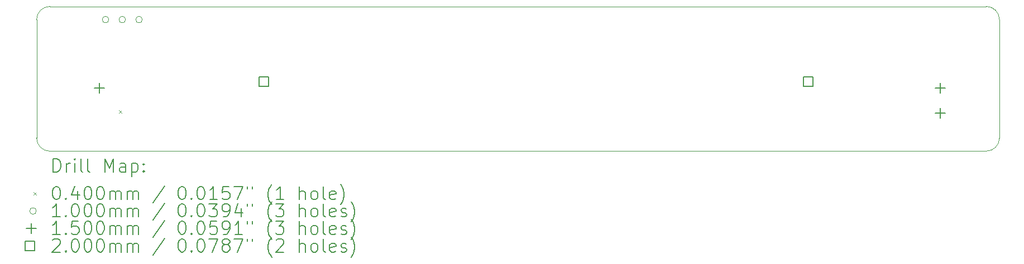
<source format=gbr>
%FSLAX45Y45*%
G04 Gerber Fmt 4.5, Leading zero omitted, Abs format (unit mm)*
G04 Created by KiCad (PCBNEW 6.0.4-6f826c9f35~116~ubuntu20.04.1) date 2022-04-30 10:36:40*
%MOMM*%
%LPD*%
G01*
G04 APERTURE LIST*
%TA.AperFunction,Profile*%
%ADD10C,0.100000*%
%TD*%
%ADD11C,0.200000*%
%ADD12C,0.040000*%
%ADD13C,0.100000*%
%ADD14C,0.150000*%
G04 APERTURE END LIST*
D10*
X20300000Y-5500000D02*
G75*
G03*
X20100000Y-5300000I-200000J0D01*
G01*
X20100000Y-7500000D02*
G75*
G03*
X20300000Y-7300000I0J200000D01*
G01*
X5700000Y-7300000D02*
G75*
G03*
X5900000Y-7500000I200000J0D01*
G01*
X5900000Y-5300000D02*
G75*
G03*
X5700000Y-5500000I0J-200000D01*
G01*
X5700000Y-7300000D02*
X5700000Y-5500000D01*
X20100000Y-7500000D02*
X5900000Y-7500000D01*
X20300000Y-5500000D02*
X20300000Y-7300000D01*
X5900000Y-5300000D02*
X20100000Y-5300000D01*
D11*
D12*
X6950000Y-6880000D02*
X6990000Y-6920000D01*
X6990000Y-6880000D02*
X6950000Y-6920000D01*
D13*
X6794500Y-5500000D02*
G75*
G03*
X6794500Y-5500000I-50000J0D01*
G01*
X7048500Y-5500000D02*
G75*
G03*
X7048500Y-5500000I-50000J0D01*
G01*
X7302500Y-5500000D02*
G75*
G03*
X7302500Y-5500000I-50000J0D01*
G01*
D14*
X6652500Y-6464500D02*
X6652500Y-6614500D01*
X6577500Y-6539500D02*
X6727500Y-6539500D01*
X19402500Y-6464500D02*
X19402500Y-6614500D01*
X19327500Y-6539500D02*
X19477500Y-6539500D01*
X19402500Y-6844500D02*
X19402500Y-6994500D01*
X19327500Y-6919500D02*
X19477500Y-6919500D01*
D11*
X9218211Y-6515211D02*
X9218211Y-6373789D01*
X9076789Y-6373789D01*
X9076789Y-6515211D01*
X9218211Y-6515211D01*
X17468211Y-6515211D02*
X17468211Y-6373789D01*
X17326789Y-6373789D01*
X17326789Y-6515211D01*
X17468211Y-6515211D01*
X5952619Y-7815476D02*
X5952619Y-7615476D01*
X6000238Y-7615476D01*
X6028809Y-7625000D01*
X6047857Y-7644048D01*
X6057381Y-7663095D01*
X6066905Y-7701190D01*
X6066905Y-7729762D01*
X6057381Y-7767857D01*
X6047857Y-7786905D01*
X6028809Y-7805952D01*
X6000238Y-7815476D01*
X5952619Y-7815476D01*
X6152619Y-7815476D02*
X6152619Y-7682143D01*
X6152619Y-7720238D02*
X6162143Y-7701190D01*
X6171667Y-7691667D01*
X6190714Y-7682143D01*
X6209762Y-7682143D01*
X6276428Y-7815476D02*
X6276428Y-7682143D01*
X6276428Y-7615476D02*
X6266905Y-7625000D01*
X6276428Y-7634524D01*
X6285952Y-7625000D01*
X6276428Y-7615476D01*
X6276428Y-7634524D01*
X6400238Y-7815476D02*
X6381190Y-7805952D01*
X6371667Y-7786905D01*
X6371667Y-7615476D01*
X6505000Y-7815476D02*
X6485952Y-7805952D01*
X6476428Y-7786905D01*
X6476428Y-7615476D01*
X6733571Y-7815476D02*
X6733571Y-7615476D01*
X6800238Y-7758333D01*
X6866905Y-7615476D01*
X6866905Y-7815476D01*
X7047857Y-7815476D02*
X7047857Y-7710714D01*
X7038333Y-7691667D01*
X7019286Y-7682143D01*
X6981190Y-7682143D01*
X6962143Y-7691667D01*
X7047857Y-7805952D02*
X7028809Y-7815476D01*
X6981190Y-7815476D01*
X6962143Y-7805952D01*
X6952619Y-7786905D01*
X6952619Y-7767857D01*
X6962143Y-7748809D01*
X6981190Y-7739286D01*
X7028809Y-7739286D01*
X7047857Y-7729762D01*
X7143095Y-7682143D02*
X7143095Y-7882143D01*
X7143095Y-7691667D02*
X7162143Y-7682143D01*
X7200238Y-7682143D01*
X7219286Y-7691667D01*
X7228809Y-7701190D01*
X7238333Y-7720238D01*
X7238333Y-7777381D01*
X7228809Y-7796428D01*
X7219286Y-7805952D01*
X7200238Y-7815476D01*
X7162143Y-7815476D01*
X7143095Y-7805952D01*
X7324048Y-7796428D02*
X7333571Y-7805952D01*
X7324048Y-7815476D01*
X7314524Y-7805952D01*
X7324048Y-7796428D01*
X7324048Y-7815476D01*
X7324048Y-7691667D02*
X7333571Y-7701190D01*
X7324048Y-7710714D01*
X7314524Y-7701190D01*
X7324048Y-7691667D01*
X7324048Y-7710714D01*
D12*
X5655000Y-8125000D02*
X5695000Y-8165000D01*
X5695000Y-8125000D02*
X5655000Y-8165000D01*
D11*
X5990714Y-8035476D02*
X6009762Y-8035476D01*
X6028809Y-8045000D01*
X6038333Y-8054524D01*
X6047857Y-8073571D01*
X6057381Y-8111667D01*
X6057381Y-8159286D01*
X6047857Y-8197381D01*
X6038333Y-8216428D01*
X6028809Y-8225952D01*
X6009762Y-8235476D01*
X5990714Y-8235476D01*
X5971667Y-8225952D01*
X5962143Y-8216428D01*
X5952619Y-8197381D01*
X5943095Y-8159286D01*
X5943095Y-8111667D01*
X5952619Y-8073571D01*
X5962143Y-8054524D01*
X5971667Y-8045000D01*
X5990714Y-8035476D01*
X6143095Y-8216428D02*
X6152619Y-8225952D01*
X6143095Y-8235476D01*
X6133571Y-8225952D01*
X6143095Y-8216428D01*
X6143095Y-8235476D01*
X6324048Y-8102143D02*
X6324048Y-8235476D01*
X6276428Y-8025952D02*
X6228809Y-8168809D01*
X6352619Y-8168809D01*
X6466905Y-8035476D02*
X6485952Y-8035476D01*
X6505000Y-8045000D01*
X6514524Y-8054524D01*
X6524048Y-8073571D01*
X6533571Y-8111667D01*
X6533571Y-8159286D01*
X6524048Y-8197381D01*
X6514524Y-8216428D01*
X6505000Y-8225952D01*
X6485952Y-8235476D01*
X6466905Y-8235476D01*
X6447857Y-8225952D01*
X6438333Y-8216428D01*
X6428809Y-8197381D01*
X6419286Y-8159286D01*
X6419286Y-8111667D01*
X6428809Y-8073571D01*
X6438333Y-8054524D01*
X6447857Y-8045000D01*
X6466905Y-8035476D01*
X6657381Y-8035476D02*
X6676428Y-8035476D01*
X6695476Y-8045000D01*
X6705000Y-8054524D01*
X6714524Y-8073571D01*
X6724048Y-8111667D01*
X6724048Y-8159286D01*
X6714524Y-8197381D01*
X6705000Y-8216428D01*
X6695476Y-8225952D01*
X6676428Y-8235476D01*
X6657381Y-8235476D01*
X6638333Y-8225952D01*
X6628809Y-8216428D01*
X6619286Y-8197381D01*
X6609762Y-8159286D01*
X6609762Y-8111667D01*
X6619286Y-8073571D01*
X6628809Y-8054524D01*
X6638333Y-8045000D01*
X6657381Y-8035476D01*
X6809762Y-8235476D02*
X6809762Y-8102143D01*
X6809762Y-8121190D02*
X6819286Y-8111667D01*
X6838333Y-8102143D01*
X6866905Y-8102143D01*
X6885952Y-8111667D01*
X6895476Y-8130714D01*
X6895476Y-8235476D01*
X6895476Y-8130714D02*
X6905000Y-8111667D01*
X6924048Y-8102143D01*
X6952619Y-8102143D01*
X6971667Y-8111667D01*
X6981190Y-8130714D01*
X6981190Y-8235476D01*
X7076428Y-8235476D02*
X7076428Y-8102143D01*
X7076428Y-8121190D02*
X7085952Y-8111667D01*
X7105000Y-8102143D01*
X7133571Y-8102143D01*
X7152619Y-8111667D01*
X7162143Y-8130714D01*
X7162143Y-8235476D01*
X7162143Y-8130714D02*
X7171667Y-8111667D01*
X7190714Y-8102143D01*
X7219286Y-8102143D01*
X7238333Y-8111667D01*
X7247857Y-8130714D01*
X7247857Y-8235476D01*
X7638333Y-8025952D02*
X7466905Y-8283095D01*
X7895476Y-8035476D02*
X7914524Y-8035476D01*
X7933571Y-8045000D01*
X7943095Y-8054524D01*
X7952619Y-8073571D01*
X7962143Y-8111667D01*
X7962143Y-8159286D01*
X7952619Y-8197381D01*
X7943095Y-8216428D01*
X7933571Y-8225952D01*
X7914524Y-8235476D01*
X7895476Y-8235476D01*
X7876428Y-8225952D01*
X7866905Y-8216428D01*
X7857381Y-8197381D01*
X7847857Y-8159286D01*
X7847857Y-8111667D01*
X7857381Y-8073571D01*
X7866905Y-8054524D01*
X7876428Y-8045000D01*
X7895476Y-8035476D01*
X8047857Y-8216428D02*
X8057381Y-8225952D01*
X8047857Y-8235476D01*
X8038333Y-8225952D01*
X8047857Y-8216428D01*
X8047857Y-8235476D01*
X8181190Y-8035476D02*
X8200238Y-8035476D01*
X8219286Y-8045000D01*
X8228809Y-8054524D01*
X8238333Y-8073571D01*
X8247857Y-8111667D01*
X8247857Y-8159286D01*
X8238333Y-8197381D01*
X8228809Y-8216428D01*
X8219286Y-8225952D01*
X8200238Y-8235476D01*
X8181190Y-8235476D01*
X8162143Y-8225952D01*
X8152619Y-8216428D01*
X8143095Y-8197381D01*
X8133571Y-8159286D01*
X8133571Y-8111667D01*
X8143095Y-8073571D01*
X8152619Y-8054524D01*
X8162143Y-8045000D01*
X8181190Y-8035476D01*
X8438333Y-8235476D02*
X8324048Y-8235476D01*
X8381190Y-8235476D02*
X8381190Y-8035476D01*
X8362143Y-8064048D01*
X8343095Y-8083095D01*
X8324048Y-8092619D01*
X8619286Y-8035476D02*
X8524048Y-8035476D01*
X8514524Y-8130714D01*
X8524048Y-8121190D01*
X8543095Y-8111667D01*
X8590714Y-8111667D01*
X8609762Y-8121190D01*
X8619286Y-8130714D01*
X8628810Y-8149762D01*
X8628810Y-8197381D01*
X8619286Y-8216428D01*
X8609762Y-8225952D01*
X8590714Y-8235476D01*
X8543095Y-8235476D01*
X8524048Y-8225952D01*
X8514524Y-8216428D01*
X8695476Y-8035476D02*
X8828810Y-8035476D01*
X8743095Y-8235476D01*
X8895476Y-8035476D02*
X8895476Y-8073571D01*
X8971667Y-8035476D02*
X8971667Y-8073571D01*
X9266905Y-8311667D02*
X9257381Y-8302143D01*
X9238333Y-8273571D01*
X9228810Y-8254524D01*
X9219286Y-8225952D01*
X9209762Y-8178333D01*
X9209762Y-8140238D01*
X9219286Y-8092619D01*
X9228810Y-8064048D01*
X9238333Y-8045000D01*
X9257381Y-8016428D01*
X9266905Y-8006905D01*
X9447857Y-8235476D02*
X9333571Y-8235476D01*
X9390714Y-8235476D02*
X9390714Y-8035476D01*
X9371667Y-8064048D01*
X9352619Y-8083095D01*
X9333571Y-8092619D01*
X9685952Y-8235476D02*
X9685952Y-8035476D01*
X9771667Y-8235476D02*
X9771667Y-8130714D01*
X9762143Y-8111667D01*
X9743095Y-8102143D01*
X9714524Y-8102143D01*
X9695476Y-8111667D01*
X9685952Y-8121190D01*
X9895476Y-8235476D02*
X9876429Y-8225952D01*
X9866905Y-8216428D01*
X9857381Y-8197381D01*
X9857381Y-8140238D01*
X9866905Y-8121190D01*
X9876429Y-8111667D01*
X9895476Y-8102143D01*
X9924048Y-8102143D01*
X9943095Y-8111667D01*
X9952619Y-8121190D01*
X9962143Y-8140238D01*
X9962143Y-8197381D01*
X9952619Y-8216428D01*
X9943095Y-8225952D01*
X9924048Y-8235476D01*
X9895476Y-8235476D01*
X10076429Y-8235476D02*
X10057381Y-8225952D01*
X10047857Y-8206905D01*
X10047857Y-8035476D01*
X10228810Y-8225952D02*
X10209762Y-8235476D01*
X10171667Y-8235476D01*
X10152619Y-8225952D01*
X10143095Y-8206905D01*
X10143095Y-8130714D01*
X10152619Y-8111667D01*
X10171667Y-8102143D01*
X10209762Y-8102143D01*
X10228810Y-8111667D01*
X10238333Y-8130714D01*
X10238333Y-8149762D01*
X10143095Y-8168809D01*
X10305000Y-8311667D02*
X10314524Y-8302143D01*
X10333571Y-8273571D01*
X10343095Y-8254524D01*
X10352619Y-8225952D01*
X10362143Y-8178333D01*
X10362143Y-8140238D01*
X10352619Y-8092619D01*
X10343095Y-8064048D01*
X10333571Y-8045000D01*
X10314524Y-8016428D01*
X10305000Y-8006905D01*
D13*
X5695000Y-8409000D02*
G75*
G03*
X5695000Y-8409000I-50000J0D01*
G01*
D11*
X6057381Y-8499476D02*
X5943095Y-8499476D01*
X6000238Y-8499476D02*
X6000238Y-8299476D01*
X5981190Y-8328048D01*
X5962143Y-8347095D01*
X5943095Y-8356619D01*
X6143095Y-8480429D02*
X6152619Y-8489952D01*
X6143095Y-8499476D01*
X6133571Y-8489952D01*
X6143095Y-8480429D01*
X6143095Y-8499476D01*
X6276428Y-8299476D02*
X6295476Y-8299476D01*
X6314524Y-8309000D01*
X6324048Y-8318524D01*
X6333571Y-8337571D01*
X6343095Y-8375667D01*
X6343095Y-8423286D01*
X6333571Y-8461381D01*
X6324048Y-8480429D01*
X6314524Y-8489952D01*
X6295476Y-8499476D01*
X6276428Y-8499476D01*
X6257381Y-8489952D01*
X6247857Y-8480429D01*
X6238333Y-8461381D01*
X6228809Y-8423286D01*
X6228809Y-8375667D01*
X6238333Y-8337571D01*
X6247857Y-8318524D01*
X6257381Y-8309000D01*
X6276428Y-8299476D01*
X6466905Y-8299476D02*
X6485952Y-8299476D01*
X6505000Y-8309000D01*
X6514524Y-8318524D01*
X6524048Y-8337571D01*
X6533571Y-8375667D01*
X6533571Y-8423286D01*
X6524048Y-8461381D01*
X6514524Y-8480429D01*
X6505000Y-8489952D01*
X6485952Y-8499476D01*
X6466905Y-8499476D01*
X6447857Y-8489952D01*
X6438333Y-8480429D01*
X6428809Y-8461381D01*
X6419286Y-8423286D01*
X6419286Y-8375667D01*
X6428809Y-8337571D01*
X6438333Y-8318524D01*
X6447857Y-8309000D01*
X6466905Y-8299476D01*
X6657381Y-8299476D02*
X6676428Y-8299476D01*
X6695476Y-8309000D01*
X6705000Y-8318524D01*
X6714524Y-8337571D01*
X6724048Y-8375667D01*
X6724048Y-8423286D01*
X6714524Y-8461381D01*
X6705000Y-8480429D01*
X6695476Y-8489952D01*
X6676428Y-8499476D01*
X6657381Y-8499476D01*
X6638333Y-8489952D01*
X6628809Y-8480429D01*
X6619286Y-8461381D01*
X6609762Y-8423286D01*
X6609762Y-8375667D01*
X6619286Y-8337571D01*
X6628809Y-8318524D01*
X6638333Y-8309000D01*
X6657381Y-8299476D01*
X6809762Y-8499476D02*
X6809762Y-8366143D01*
X6809762Y-8385190D02*
X6819286Y-8375667D01*
X6838333Y-8366143D01*
X6866905Y-8366143D01*
X6885952Y-8375667D01*
X6895476Y-8394714D01*
X6895476Y-8499476D01*
X6895476Y-8394714D02*
X6905000Y-8375667D01*
X6924048Y-8366143D01*
X6952619Y-8366143D01*
X6971667Y-8375667D01*
X6981190Y-8394714D01*
X6981190Y-8499476D01*
X7076428Y-8499476D02*
X7076428Y-8366143D01*
X7076428Y-8385190D02*
X7085952Y-8375667D01*
X7105000Y-8366143D01*
X7133571Y-8366143D01*
X7152619Y-8375667D01*
X7162143Y-8394714D01*
X7162143Y-8499476D01*
X7162143Y-8394714D02*
X7171667Y-8375667D01*
X7190714Y-8366143D01*
X7219286Y-8366143D01*
X7238333Y-8375667D01*
X7247857Y-8394714D01*
X7247857Y-8499476D01*
X7638333Y-8289952D02*
X7466905Y-8547095D01*
X7895476Y-8299476D02*
X7914524Y-8299476D01*
X7933571Y-8309000D01*
X7943095Y-8318524D01*
X7952619Y-8337571D01*
X7962143Y-8375667D01*
X7962143Y-8423286D01*
X7952619Y-8461381D01*
X7943095Y-8480429D01*
X7933571Y-8489952D01*
X7914524Y-8499476D01*
X7895476Y-8499476D01*
X7876428Y-8489952D01*
X7866905Y-8480429D01*
X7857381Y-8461381D01*
X7847857Y-8423286D01*
X7847857Y-8375667D01*
X7857381Y-8337571D01*
X7866905Y-8318524D01*
X7876428Y-8309000D01*
X7895476Y-8299476D01*
X8047857Y-8480429D02*
X8057381Y-8489952D01*
X8047857Y-8499476D01*
X8038333Y-8489952D01*
X8047857Y-8480429D01*
X8047857Y-8499476D01*
X8181190Y-8299476D02*
X8200238Y-8299476D01*
X8219286Y-8309000D01*
X8228809Y-8318524D01*
X8238333Y-8337571D01*
X8247857Y-8375667D01*
X8247857Y-8423286D01*
X8238333Y-8461381D01*
X8228809Y-8480429D01*
X8219286Y-8489952D01*
X8200238Y-8499476D01*
X8181190Y-8499476D01*
X8162143Y-8489952D01*
X8152619Y-8480429D01*
X8143095Y-8461381D01*
X8133571Y-8423286D01*
X8133571Y-8375667D01*
X8143095Y-8337571D01*
X8152619Y-8318524D01*
X8162143Y-8309000D01*
X8181190Y-8299476D01*
X8314524Y-8299476D02*
X8438333Y-8299476D01*
X8371667Y-8375667D01*
X8400238Y-8375667D01*
X8419286Y-8385190D01*
X8428810Y-8394714D01*
X8438333Y-8413762D01*
X8438333Y-8461381D01*
X8428810Y-8480429D01*
X8419286Y-8489952D01*
X8400238Y-8499476D01*
X8343095Y-8499476D01*
X8324048Y-8489952D01*
X8314524Y-8480429D01*
X8533571Y-8499476D02*
X8571667Y-8499476D01*
X8590714Y-8489952D01*
X8600238Y-8480429D01*
X8619286Y-8451857D01*
X8628810Y-8413762D01*
X8628810Y-8337571D01*
X8619286Y-8318524D01*
X8609762Y-8309000D01*
X8590714Y-8299476D01*
X8552619Y-8299476D01*
X8533571Y-8309000D01*
X8524048Y-8318524D01*
X8514524Y-8337571D01*
X8514524Y-8385190D01*
X8524048Y-8404238D01*
X8533571Y-8413762D01*
X8552619Y-8423286D01*
X8590714Y-8423286D01*
X8609762Y-8413762D01*
X8619286Y-8404238D01*
X8628810Y-8385190D01*
X8800238Y-8366143D02*
X8800238Y-8499476D01*
X8752619Y-8289952D02*
X8705000Y-8432810D01*
X8828810Y-8432810D01*
X8895476Y-8299476D02*
X8895476Y-8337571D01*
X8971667Y-8299476D02*
X8971667Y-8337571D01*
X9266905Y-8575667D02*
X9257381Y-8566143D01*
X9238333Y-8537571D01*
X9228810Y-8518524D01*
X9219286Y-8489952D01*
X9209762Y-8442333D01*
X9209762Y-8404238D01*
X9219286Y-8356619D01*
X9228810Y-8328048D01*
X9238333Y-8309000D01*
X9257381Y-8280428D01*
X9266905Y-8270905D01*
X9324048Y-8299476D02*
X9447857Y-8299476D01*
X9381190Y-8375667D01*
X9409762Y-8375667D01*
X9428810Y-8385190D01*
X9438333Y-8394714D01*
X9447857Y-8413762D01*
X9447857Y-8461381D01*
X9438333Y-8480429D01*
X9428810Y-8489952D01*
X9409762Y-8499476D01*
X9352619Y-8499476D01*
X9333571Y-8489952D01*
X9324048Y-8480429D01*
X9685952Y-8499476D02*
X9685952Y-8299476D01*
X9771667Y-8499476D02*
X9771667Y-8394714D01*
X9762143Y-8375667D01*
X9743095Y-8366143D01*
X9714524Y-8366143D01*
X9695476Y-8375667D01*
X9685952Y-8385190D01*
X9895476Y-8499476D02*
X9876429Y-8489952D01*
X9866905Y-8480429D01*
X9857381Y-8461381D01*
X9857381Y-8404238D01*
X9866905Y-8385190D01*
X9876429Y-8375667D01*
X9895476Y-8366143D01*
X9924048Y-8366143D01*
X9943095Y-8375667D01*
X9952619Y-8385190D01*
X9962143Y-8404238D01*
X9962143Y-8461381D01*
X9952619Y-8480429D01*
X9943095Y-8489952D01*
X9924048Y-8499476D01*
X9895476Y-8499476D01*
X10076429Y-8499476D02*
X10057381Y-8489952D01*
X10047857Y-8470905D01*
X10047857Y-8299476D01*
X10228810Y-8489952D02*
X10209762Y-8499476D01*
X10171667Y-8499476D01*
X10152619Y-8489952D01*
X10143095Y-8470905D01*
X10143095Y-8394714D01*
X10152619Y-8375667D01*
X10171667Y-8366143D01*
X10209762Y-8366143D01*
X10228810Y-8375667D01*
X10238333Y-8394714D01*
X10238333Y-8413762D01*
X10143095Y-8432810D01*
X10314524Y-8489952D02*
X10333571Y-8499476D01*
X10371667Y-8499476D01*
X10390714Y-8489952D01*
X10400238Y-8470905D01*
X10400238Y-8461381D01*
X10390714Y-8442333D01*
X10371667Y-8432810D01*
X10343095Y-8432810D01*
X10324048Y-8423286D01*
X10314524Y-8404238D01*
X10314524Y-8394714D01*
X10324048Y-8375667D01*
X10343095Y-8366143D01*
X10371667Y-8366143D01*
X10390714Y-8375667D01*
X10466905Y-8575667D02*
X10476429Y-8566143D01*
X10495476Y-8537571D01*
X10505000Y-8518524D01*
X10514524Y-8489952D01*
X10524048Y-8442333D01*
X10524048Y-8404238D01*
X10514524Y-8356619D01*
X10505000Y-8328048D01*
X10495476Y-8309000D01*
X10476429Y-8280428D01*
X10466905Y-8270905D01*
D14*
X5620000Y-8598000D02*
X5620000Y-8748000D01*
X5545000Y-8673000D02*
X5695000Y-8673000D01*
D11*
X6057381Y-8763476D02*
X5943095Y-8763476D01*
X6000238Y-8763476D02*
X6000238Y-8563476D01*
X5981190Y-8592048D01*
X5962143Y-8611095D01*
X5943095Y-8620619D01*
X6143095Y-8744429D02*
X6152619Y-8753952D01*
X6143095Y-8763476D01*
X6133571Y-8753952D01*
X6143095Y-8744429D01*
X6143095Y-8763476D01*
X6333571Y-8563476D02*
X6238333Y-8563476D01*
X6228809Y-8658714D01*
X6238333Y-8649190D01*
X6257381Y-8639667D01*
X6305000Y-8639667D01*
X6324048Y-8649190D01*
X6333571Y-8658714D01*
X6343095Y-8677762D01*
X6343095Y-8725381D01*
X6333571Y-8744429D01*
X6324048Y-8753952D01*
X6305000Y-8763476D01*
X6257381Y-8763476D01*
X6238333Y-8753952D01*
X6228809Y-8744429D01*
X6466905Y-8563476D02*
X6485952Y-8563476D01*
X6505000Y-8573000D01*
X6514524Y-8582524D01*
X6524048Y-8601571D01*
X6533571Y-8639667D01*
X6533571Y-8687286D01*
X6524048Y-8725381D01*
X6514524Y-8744429D01*
X6505000Y-8753952D01*
X6485952Y-8763476D01*
X6466905Y-8763476D01*
X6447857Y-8753952D01*
X6438333Y-8744429D01*
X6428809Y-8725381D01*
X6419286Y-8687286D01*
X6419286Y-8639667D01*
X6428809Y-8601571D01*
X6438333Y-8582524D01*
X6447857Y-8573000D01*
X6466905Y-8563476D01*
X6657381Y-8563476D02*
X6676428Y-8563476D01*
X6695476Y-8573000D01*
X6705000Y-8582524D01*
X6714524Y-8601571D01*
X6724048Y-8639667D01*
X6724048Y-8687286D01*
X6714524Y-8725381D01*
X6705000Y-8744429D01*
X6695476Y-8753952D01*
X6676428Y-8763476D01*
X6657381Y-8763476D01*
X6638333Y-8753952D01*
X6628809Y-8744429D01*
X6619286Y-8725381D01*
X6609762Y-8687286D01*
X6609762Y-8639667D01*
X6619286Y-8601571D01*
X6628809Y-8582524D01*
X6638333Y-8573000D01*
X6657381Y-8563476D01*
X6809762Y-8763476D02*
X6809762Y-8630143D01*
X6809762Y-8649190D02*
X6819286Y-8639667D01*
X6838333Y-8630143D01*
X6866905Y-8630143D01*
X6885952Y-8639667D01*
X6895476Y-8658714D01*
X6895476Y-8763476D01*
X6895476Y-8658714D02*
X6905000Y-8639667D01*
X6924048Y-8630143D01*
X6952619Y-8630143D01*
X6971667Y-8639667D01*
X6981190Y-8658714D01*
X6981190Y-8763476D01*
X7076428Y-8763476D02*
X7076428Y-8630143D01*
X7076428Y-8649190D02*
X7085952Y-8639667D01*
X7105000Y-8630143D01*
X7133571Y-8630143D01*
X7152619Y-8639667D01*
X7162143Y-8658714D01*
X7162143Y-8763476D01*
X7162143Y-8658714D02*
X7171667Y-8639667D01*
X7190714Y-8630143D01*
X7219286Y-8630143D01*
X7238333Y-8639667D01*
X7247857Y-8658714D01*
X7247857Y-8763476D01*
X7638333Y-8553952D02*
X7466905Y-8811095D01*
X7895476Y-8563476D02*
X7914524Y-8563476D01*
X7933571Y-8573000D01*
X7943095Y-8582524D01*
X7952619Y-8601571D01*
X7962143Y-8639667D01*
X7962143Y-8687286D01*
X7952619Y-8725381D01*
X7943095Y-8744429D01*
X7933571Y-8753952D01*
X7914524Y-8763476D01*
X7895476Y-8763476D01*
X7876428Y-8753952D01*
X7866905Y-8744429D01*
X7857381Y-8725381D01*
X7847857Y-8687286D01*
X7847857Y-8639667D01*
X7857381Y-8601571D01*
X7866905Y-8582524D01*
X7876428Y-8573000D01*
X7895476Y-8563476D01*
X8047857Y-8744429D02*
X8057381Y-8753952D01*
X8047857Y-8763476D01*
X8038333Y-8753952D01*
X8047857Y-8744429D01*
X8047857Y-8763476D01*
X8181190Y-8563476D02*
X8200238Y-8563476D01*
X8219286Y-8573000D01*
X8228809Y-8582524D01*
X8238333Y-8601571D01*
X8247857Y-8639667D01*
X8247857Y-8687286D01*
X8238333Y-8725381D01*
X8228809Y-8744429D01*
X8219286Y-8753952D01*
X8200238Y-8763476D01*
X8181190Y-8763476D01*
X8162143Y-8753952D01*
X8152619Y-8744429D01*
X8143095Y-8725381D01*
X8133571Y-8687286D01*
X8133571Y-8639667D01*
X8143095Y-8601571D01*
X8152619Y-8582524D01*
X8162143Y-8573000D01*
X8181190Y-8563476D01*
X8428810Y-8563476D02*
X8333571Y-8563476D01*
X8324048Y-8658714D01*
X8333571Y-8649190D01*
X8352619Y-8639667D01*
X8400238Y-8639667D01*
X8419286Y-8649190D01*
X8428810Y-8658714D01*
X8438333Y-8677762D01*
X8438333Y-8725381D01*
X8428810Y-8744429D01*
X8419286Y-8753952D01*
X8400238Y-8763476D01*
X8352619Y-8763476D01*
X8333571Y-8753952D01*
X8324048Y-8744429D01*
X8533571Y-8763476D02*
X8571667Y-8763476D01*
X8590714Y-8753952D01*
X8600238Y-8744429D01*
X8619286Y-8715857D01*
X8628810Y-8677762D01*
X8628810Y-8601571D01*
X8619286Y-8582524D01*
X8609762Y-8573000D01*
X8590714Y-8563476D01*
X8552619Y-8563476D01*
X8533571Y-8573000D01*
X8524048Y-8582524D01*
X8514524Y-8601571D01*
X8514524Y-8649190D01*
X8524048Y-8668238D01*
X8533571Y-8677762D01*
X8552619Y-8687286D01*
X8590714Y-8687286D01*
X8609762Y-8677762D01*
X8619286Y-8668238D01*
X8628810Y-8649190D01*
X8819286Y-8763476D02*
X8705000Y-8763476D01*
X8762143Y-8763476D02*
X8762143Y-8563476D01*
X8743095Y-8592048D01*
X8724048Y-8611095D01*
X8705000Y-8620619D01*
X8895476Y-8563476D02*
X8895476Y-8601571D01*
X8971667Y-8563476D02*
X8971667Y-8601571D01*
X9266905Y-8839667D02*
X9257381Y-8830143D01*
X9238333Y-8801571D01*
X9228810Y-8782524D01*
X9219286Y-8753952D01*
X9209762Y-8706333D01*
X9209762Y-8668238D01*
X9219286Y-8620619D01*
X9228810Y-8592048D01*
X9238333Y-8573000D01*
X9257381Y-8544429D01*
X9266905Y-8534905D01*
X9324048Y-8563476D02*
X9447857Y-8563476D01*
X9381190Y-8639667D01*
X9409762Y-8639667D01*
X9428810Y-8649190D01*
X9438333Y-8658714D01*
X9447857Y-8677762D01*
X9447857Y-8725381D01*
X9438333Y-8744429D01*
X9428810Y-8753952D01*
X9409762Y-8763476D01*
X9352619Y-8763476D01*
X9333571Y-8753952D01*
X9324048Y-8744429D01*
X9685952Y-8763476D02*
X9685952Y-8563476D01*
X9771667Y-8763476D02*
X9771667Y-8658714D01*
X9762143Y-8639667D01*
X9743095Y-8630143D01*
X9714524Y-8630143D01*
X9695476Y-8639667D01*
X9685952Y-8649190D01*
X9895476Y-8763476D02*
X9876429Y-8753952D01*
X9866905Y-8744429D01*
X9857381Y-8725381D01*
X9857381Y-8668238D01*
X9866905Y-8649190D01*
X9876429Y-8639667D01*
X9895476Y-8630143D01*
X9924048Y-8630143D01*
X9943095Y-8639667D01*
X9952619Y-8649190D01*
X9962143Y-8668238D01*
X9962143Y-8725381D01*
X9952619Y-8744429D01*
X9943095Y-8753952D01*
X9924048Y-8763476D01*
X9895476Y-8763476D01*
X10076429Y-8763476D02*
X10057381Y-8753952D01*
X10047857Y-8734905D01*
X10047857Y-8563476D01*
X10228810Y-8753952D02*
X10209762Y-8763476D01*
X10171667Y-8763476D01*
X10152619Y-8753952D01*
X10143095Y-8734905D01*
X10143095Y-8658714D01*
X10152619Y-8639667D01*
X10171667Y-8630143D01*
X10209762Y-8630143D01*
X10228810Y-8639667D01*
X10238333Y-8658714D01*
X10238333Y-8677762D01*
X10143095Y-8696810D01*
X10314524Y-8753952D02*
X10333571Y-8763476D01*
X10371667Y-8763476D01*
X10390714Y-8753952D01*
X10400238Y-8734905D01*
X10400238Y-8725381D01*
X10390714Y-8706333D01*
X10371667Y-8696810D01*
X10343095Y-8696810D01*
X10324048Y-8687286D01*
X10314524Y-8668238D01*
X10314524Y-8658714D01*
X10324048Y-8639667D01*
X10343095Y-8630143D01*
X10371667Y-8630143D01*
X10390714Y-8639667D01*
X10466905Y-8839667D02*
X10476429Y-8830143D01*
X10495476Y-8801571D01*
X10505000Y-8782524D01*
X10514524Y-8753952D01*
X10524048Y-8706333D01*
X10524048Y-8668238D01*
X10514524Y-8620619D01*
X10505000Y-8592048D01*
X10495476Y-8573000D01*
X10476429Y-8544429D01*
X10466905Y-8534905D01*
X5665711Y-9013711D02*
X5665711Y-8872289D01*
X5524289Y-8872289D01*
X5524289Y-9013711D01*
X5665711Y-9013711D01*
X5943095Y-8852524D02*
X5952619Y-8843000D01*
X5971667Y-8833476D01*
X6019286Y-8833476D01*
X6038333Y-8843000D01*
X6047857Y-8852524D01*
X6057381Y-8871571D01*
X6057381Y-8890619D01*
X6047857Y-8919190D01*
X5933571Y-9033476D01*
X6057381Y-9033476D01*
X6143095Y-9014429D02*
X6152619Y-9023952D01*
X6143095Y-9033476D01*
X6133571Y-9023952D01*
X6143095Y-9014429D01*
X6143095Y-9033476D01*
X6276428Y-8833476D02*
X6295476Y-8833476D01*
X6314524Y-8843000D01*
X6324048Y-8852524D01*
X6333571Y-8871571D01*
X6343095Y-8909667D01*
X6343095Y-8957286D01*
X6333571Y-8995381D01*
X6324048Y-9014429D01*
X6314524Y-9023952D01*
X6295476Y-9033476D01*
X6276428Y-9033476D01*
X6257381Y-9023952D01*
X6247857Y-9014429D01*
X6238333Y-8995381D01*
X6228809Y-8957286D01*
X6228809Y-8909667D01*
X6238333Y-8871571D01*
X6247857Y-8852524D01*
X6257381Y-8843000D01*
X6276428Y-8833476D01*
X6466905Y-8833476D02*
X6485952Y-8833476D01*
X6505000Y-8843000D01*
X6514524Y-8852524D01*
X6524048Y-8871571D01*
X6533571Y-8909667D01*
X6533571Y-8957286D01*
X6524048Y-8995381D01*
X6514524Y-9014429D01*
X6505000Y-9023952D01*
X6485952Y-9033476D01*
X6466905Y-9033476D01*
X6447857Y-9023952D01*
X6438333Y-9014429D01*
X6428809Y-8995381D01*
X6419286Y-8957286D01*
X6419286Y-8909667D01*
X6428809Y-8871571D01*
X6438333Y-8852524D01*
X6447857Y-8843000D01*
X6466905Y-8833476D01*
X6657381Y-8833476D02*
X6676428Y-8833476D01*
X6695476Y-8843000D01*
X6705000Y-8852524D01*
X6714524Y-8871571D01*
X6724048Y-8909667D01*
X6724048Y-8957286D01*
X6714524Y-8995381D01*
X6705000Y-9014429D01*
X6695476Y-9023952D01*
X6676428Y-9033476D01*
X6657381Y-9033476D01*
X6638333Y-9023952D01*
X6628809Y-9014429D01*
X6619286Y-8995381D01*
X6609762Y-8957286D01*
X6609762Y-8909667D01*
X6619286Y-8871571D01*
X6628809Y-8852524D01*
X6638333Y-8843000D01*
X6657381Y-8833476D01*
X6809762Y-9033476D02*
X6809762Y-8900143D01*
X6809762Y-8919190D02*
X6819286Y-8909667D01*
X6838333Y-8900143D01*
X6866905Y-8900143D01*
X6885952Y-8909667D01*
X6895476Y-8928714D01*
X6895476Y-9033476D01*
X6895476Y-8928714D02*
X6905000Y-8909667D01*
X6924048Y-8900143D01*
X6952619Y-8900143D01*
X6971667Y-8909667D01*
X6981190Y-8928714D01*
X6981190Y-9033476D01*
X7076428Y-9033476D02*
X7076428Y-8900143D01*
X7076428Y-8919190D02*
X7085952Y-8909667D01*
X7105000Y-8900143D01*
X7133571Y-8900143D01*
X7152619Y-8909667D01*
X7162143Y-8928714D01*
X7162143Y-9033476D01*
X7162143Y-8928714D02*
X7171667Y-8909667D01*
X7190714Y-8900143D01*
X7219286Y-8900143D01*
X7238333Y-8909667D01*
X7247857Y-8928714D01*
X7247857Y-9033476D01*
X7638333Y-8823952D02*
X7466905Y-9081095D01*
X7895476Y-8833476D02*
X7914524Y-8833476D01*
X7933571Y-8843000D01*
X7943095Y-8852524D01*
X7952619Y-8871571D01*
X7962143Y-8909667D01*
X7962143Y-8957286D01*
X7952619Y-8995381D01*
X7943095Y-9014429D01*
X7933571Y-9023952D01*
X7914524Y-9033476D01*
X7895476Y-9033476D01*
X7876428Y-9023952D01*
X7866905Y-9014429D01*
X7857381Y-8995381D01*
X7847857Y-8957286D01*
X7847857Y-8909667D01*
X7857381Y-8871571D01*
X7866905Y-8852524D01*
X7876428Y-8843000D01*
X7895476Y-8833476D01*
X8047857Y-9014429D02*
X8057381Y-9023952D01*
X8047857Y-9033476D01*
X8038333Y-9023952D01*
X8047857Y-9014429D01*
X8047857Y-9033476D01*
X8181190Y-8833476D02*
X8200238Y-8833476D01*
X8219286Y-8843000D01*
X8228809Y-8852524D01*
X8238333Y-8871571D01*
X8247857Y-8909667D01*
X8247857Y-8957286D01*
X8238333Y-8995381D01*
X8228809Y-9014429D01*
X8219286Y-9023952D01*
X8200238Y-9033476D01*
X8181190Y-9033476D01*
X8162143Y-9023952D01*
X8152619Y-9014429D01*
X8143095Y-8995381D01*
X8133571Y-8957286D01*
X8133571Y-8909667D01*
X8143095Y-8871571D01*
X8152619Y-8852524D01*
X8162143Y-8843000D01*
X8181190Y-8833476D01*
X8314524Y-8833476D02*
X8447857Y-8833476D01*
X8362143Y-9033476D01*
X8552619Y-8919190D02*
X8533571Y-8909667D01*
X8524048Y-8900143D01*
X8514524Y-8881095D01*
X8514524Y-8871571D01*
X8524048Y-8852524D01*
X8533571Y-8843000D01*
X8552619Y-8833476D01*
X8590714Y-8833476D01*
X8609762Y-8843000D01*
X8619286Y-8852524D01*
X8628810Y-8871571D01*
X8628810Y-8881095D01*
X8619286Y-8900143D01*
X8609762Y-8909667D01*
X8590714Y-8919190D01*
X8552619Y-8919190D01*
X8533571Y-8928714D01*
X8524048Y-8938238D01*
X8514524Y-8957286D01*
X8514524Y-8995381D01*
X8524048Y-9014429D01*
X8533571Y-9023952D01*
X8552619Y-9033476D01*
X8590714Y-9033476D01*
X8609762Y-9023952D01*
X8619286Y-9014429D01*
X8628810Y-8995381D01*
X8628810Y-8957286D01*
X8619286Y-8938238D01*
X8609762Y-8928714D01*
X8590714Y-8919190D01*
X8695476Y-8833476D02*
X8828810Y-8833476D01*
X8743095Y-9033476D01*
X8895476Y-8833476D02*
X8895476Y-8871571D01*
X8971667Y-8833476D02*
X8971667Y-8871571D01*
X9266905Y-9109667D02*
X9257381Y-9100143D01*
X9238333Y-9071571D01*
X9228810Y-9052524D01*
X9219286Y-9023952D01*
X9209762Y-8976333D01*
X9209762Y-8938238D01*
X9219286Y-8890619D01*
X9228810Y-8862048D01*
X9238333Y-8843000D01*
X9257381Y-8814429D01*
X9266905Y-8804905D01*
X9333571Y-8852524D02*
X9343095Y-8843000D01*
X9362143Y-8833476D01*
X9409762Y-8833476D01*
X9428810Y-8843000D01*
X9438333Y-8852524D01*
X9447857Y-8871571D01*
X9447857Y-8890619D01*
X9438333Y-8919190D01*
X9324048Y-9033476D01*
X9447857Y-9033476D01*
X9685952Y-9033476D02*
X9685952Y-8833476D01*
X9771667Y-9033476D02*
X9771667Y-8928714D01*
X9762143Y-8909667D01*
X9743095Y-8900143D01*
X9714524Y-8900143D01*
X9695476Y-8909667D01*
X9685952Y-8919190D01*
X9895476Y-9033476D02*
X9876429Y-9023952D01*
X9866905Y-9014429D01*
X9857381Y-8995381D01*
X9857381Y-8938238D01*
X9866905Y-8919190D01*
X9876429Y-8909667D01*
X9895476Y-8900143D01*
X9924048Y-8900143D01*
X9943095Y-8909667D01*
X9952619Y-8919190D01*
X9962143Y-8938238D01*
X9962143Y-8995381D01*
X9952619Y-9014429D01*
X9943095Y-9023952D01*
X9924048Y-9033476D01*
X9895476Y-9033476D01*
X10076429Y-9033476D02*
X10057381Y-9023952D01*
X10047857Y-9004905D01*
X10047857Y-8833476D01*
X10228810Y-9023952D02*
X10209762Y-9033476D01*
X10171667Y-9033476D01*
X10152619Y-9023952D01*
X10143095Y-9004905D01*
X10143095Y-8928714D01*
X10152619Y-8909667D01*
X10171667Y-8900143D01*
X10209762Y-8900143D01*
X10228810Y-8909667D01*
X10238333Y-8928714D01*
X10238333Y-8947762D01*
X10143095Y-8966810D01*
X10314524Y-9023952D02*
X10333571Y-9033476D01*
X10371667Y-9033476D01*
X10390714Y-9023952D01*
X10400238Y-9004905D01*
X10400238Y-8995381D01*
X10390714Y-8976333D01*
X10371667Y-8966810D01*
X10343095Y-8966810D01*
X10324048Y-8957286D01*
X10314524Y-8938238D01*
X10314524Y-8928714D01*
X10324048Y-8909667D01*
X10343095Y-8900143D01*
X10371667Y-8900143D01*
X10390714Y-8909667D01*
X10466905Y-9109667D02*
X10476429Y-9100143D01*
X10495476Y-9071571D01*
X10505000Y-9052524D01*
X10514524Y-9023952D01*
X10524048Y-8976333D01*
X10524048Y-8938238D01*
X10514524Y-8890619D01*
X10505000Y-8862048D01*
X10495476Y-8843000D01*
X10476429Y-8814429D01*
X10466905Y-8804905D01*
M02*

</source>
